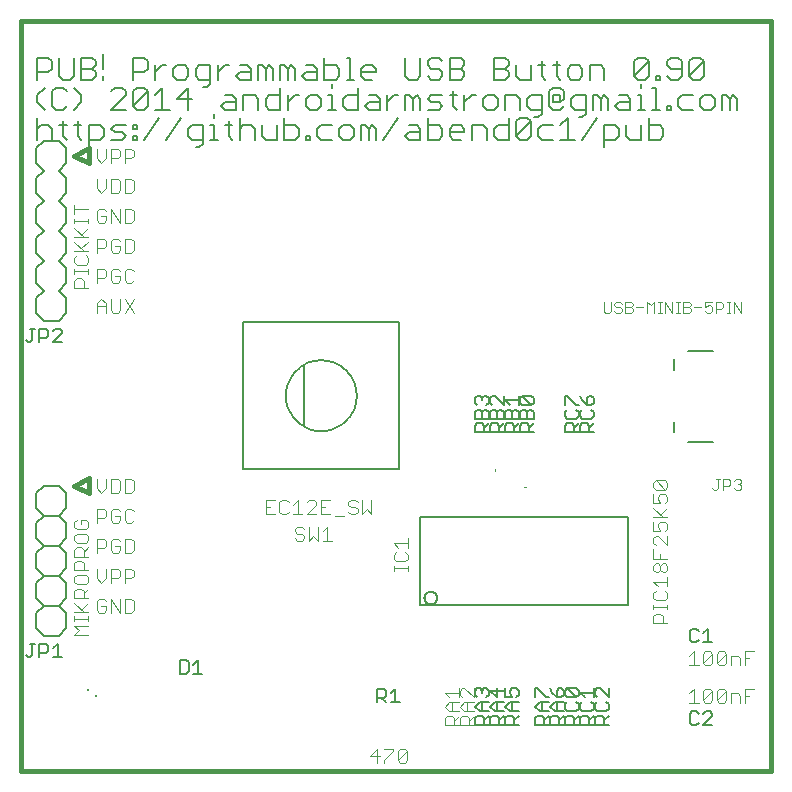
<source format=gto>
G75*
%MOIN*%
%OFA0B0*%
%FSLAX24Y24*%
%IPPOS*%
%LPD*%
%AMOC8*
5,1,8,0,0,1.08239X$1,22.5*
%
%ADD10C,0.0160*%
%ADD11C,0.0040*%
%ADD12C,0.0060*%
%ADD13C,0.0098*%
%ADD14R,0.0079X0.0079*%
%ADD15C,0.0050*%
%ADD16C,0.0000*%
%ADD17C,0.0080*%
%ADD18C,0.0030*%
D10*
X002050Y000180D02*
X002050Y025180D01*
X027050Y025180D01*
X027050Y000180D01*
X002050Y000180D01*
X004300Y009430D02*
X004300Y009930D01*
X003800Y009680D01*
X004300Y009430D01*
X004300Y020430D02*
X004300Y020930D01*
X003800Y020680D01*
X004300Y020430D01*
D11*
X004570Y020603D02*
X004723Y020450D01*
X004877Y020603D01*
X004877Y020910D01*
X005030Y020910D02*
X005261Y020910D01*
X005337Y020834D01*
X005337Y020680D01*
X005261Y020603D01*
X005030Y020603D01*
X005030Y020450D02*
X005030Y020910D01*
X005491Y020910D02*
X005721Y020910D01*
X005798Y020834D01*
X005798Y020680D01*
X005721Y020603D01*
X005491Y020603D01*
X005491Y020450D02*
X005491Y020910D01*
X004570Y020910D02*
X004570Y020603D01*
X004570Y019910D02*
X004570Y019603D01*
X004723Y019450D01*
X004877Y019603D01*
X004877Y019910D01*
X005030Y019910D02*
X005261Y019910D01*
X005337Y019834D01*
X005337Y019527D01*
X005261Y019450D01*
X005030Y019450D01*
X005030Y019910D01*
X005491Y019910D02*
X005721Y019910D01*
X005798Y019834D01*
X005798Y019527D01*
X005721Y019450D01*
X005491Y019450D01*
X005491Y019910D01*
X005491Y018910D02*
X005721Y018910D01*
X005798Y018834D01*
X005798Y018527D01*
X005721Y018450D01*
X005491Y018450D01*
X005491Y018910D01*
X005337Y018910D02*
X005337Y018450D01*
X005030Y018910D01*
X005030Y018450D01*
X004877Y018527D02*
X004877Y018680D01*
X004723Y018680D01*
X004570Y018527D02*
X004647Y018450D01*
X004800Y018450D01*
X004877Y018527D01*
X004877Y018834D02*
X004800Y018910D01*
X004647Y018910D01*
X004570Y018834D01*
X004570Y018527D01*
X004280Y018509D02*
X003820Y018509D01*
X003820Y018433D02*
X003820Y018586D01*
X003820Y018740D02*
X003820Y019047D01*
X003820Y018893D02*
X004280Y018893D01*
X004280Y018586D02*
X004280Y018433D01*
X004280Y018279D02*
X004050Y018049D01*
X004127Y017972D02*
X003820Y018279D01*
X003820Y017972D02*
X004280Y017972D01*
X004280Y017819D02*
X004050Y017589D01*
X004127Y017512D02*
X003820Y017819D01*
X003820Y017512D02*
X004280Y017512D01*
X004203Y017358D02*
X004280Y017282D01*
X004280Y017128D01*
X004203Y017051D01*
X003896Y017051D01*
X003820Y017128D01*
X003820Y017282D01*
X003896Y017358D01*
X003820Y016898D02*
X003820Y016745D01*
X003820Y016821D02*
X004280Y016821D01*
X004280Y016745D02*
X004280Y016898D01*
X004570Y016910D02*
X004800Y016910D01*
X004877Y016834D01*
X004877Y016680D01*
X004800Y016603D01*
X004570Y016603D01*
X004570Y016450D02*
X004570Y016910D01*
X004127Y016514D02*
X004127Y016284D01*
X004280Y016284D02*
X003820Y016284D01*
X003820Y016514D01*
X003896Y016591D01*
X004050Y016591D01*
X004127Y016514D01*
X004723Y015910D02*
X004570Y015757D01*
X004570Y015450D01*
X004570Y015680D02*
X004877Y015680D01*
X004877Y015757D02*
X004877Y015450D01*
X005030Y015527D02*
X005107Y015450D01*
X005261Y015450D01*
X005337Y015527D01*
X005337Y015910D01*
X005491Y015910D02*
X005798Y015450D01*
X005491Y015450D02*
X005798Y015910D01*
X005721Y016450D02*
X005798Y016527D01*
X005721Y016450D02*
X005568Y016450D01*
X005491Y016527D01*
X005491Y016834D01*
X005568Y016910D01*
X005721Y016910D01*
X005798Y016834D01*
X005337Y016834D02*
X005261Y016910D01*
X005107Y016910D01*
X005030Y016834D01*
X005030Y016527D01*
X005107Y016450D01*
X005261Y016450D01*
X005337Y016527D01*
X005337Y016680D01*
X005184Y016680D01*
X005107Y017450D02*
X005261Y017450D01*
X005337Y017527D01*
X005337Y017680D01*
X005184Y017680D01*
X005030Y017527D02*
X005107Y017450D01*
X005030Y017527D02*
X005030Y017834D01*
X005107Y017910D01*
X005261Y017910D01*
X005337Y017834D01*
X005491Y017910D02*
X005721Y017910D01*
X005798Y017834D01*
X005798Y017527D01*
X005721Y017450D01*
X005491Y017450D01*
X005491Y017910D01*
X004877Y017834D02*
X004877Y017680D01*
X004800Y017603D01*
X004570Y017603D01*
X004570Y017450D02*
X004570Y017910D01*
X004800Y017910D01*
X004877Y017834D01*
X005030Y015910D02*
X005030Y015527D01*
X004877Y015757D02*
X004723Y015910D01*
X004570Y009910D02*
X004570Y009603D01*
X004723Y009450D01*
X004877Y009603D01*
X004877Y009910D01*
X005030Y009910D02*
X005261Y009910D01*
X005337Y009834D01*
X005337Y009527D01*
X005261Y009450D01*
X005030Y009450D01*
X005030Y009910D01*
X005491Y009910D02*
X005721Y009910D01*
X005798Y009834D01*
X005798Y009527D01*
X005721Y009450D01*
X005491Y009450D01*
X005491Y009910D01*
X005568Y008910D02*
X005491Y008834D01*
X005491Y008527D01*
X005568Y008450D01*
X005721Y008450D01*
X005798Y008527D01*
X005798Y008834D02*
X005721Y008910D01*
X005568Y008910D01*
X005337Y008834D02*
X005261Y008910D01*
X005107Y008910D01*
X005030Y008834D01*
X005030Y008527D01*
X005107Y008450D01*
X005261Y008450D01*
X005337Y008527D01*
X005337Y008680D01*
X005184Y008680D01*
X004877Y008680D02*
X004800Y008603D01*
X004570Y008603D01*
X004570Y008450D02*
X004570Y008910D01*
X004800Y008910D01*
X004877Y008834D01*
X004877Y008680D01*
X004280Y008470D02*
X004280Y008316D01*
X004203Y008240D01*
X003896Y008240D01*
X003820Y008316D01*
X003820Y008470D01*
X003896Y008547D01*
X004050Y008547D02*
X004050Y008393D01*
X004050Y008547D02*
X004203Y008547D01*
X004280Y008470D01*
X004203Y008086D02*
X003896Y008086D01*
X003820Y008009D01*
X003820Y007856D01*
X003896Y007779D01*
X004203Y007779D01*
X004280Y007856D01*
X004280Y008009D01*
X004203Y008086D01*
X004570Y007910D02*
X004800Y007910D01*
X004877Y007834D01*
X004877Y007680D01*
X004800Y007603D01*
X004570Y007603D01*
X004570Y007450D02*
X004570Y007910D01*
X004280Y007626D02*
X004127Y007472D01*
X004127Y007549D02*
X004127Y007319D01*
X004280Y007319D02*
X003820Y007319D01*
X003820Y007549D01*
X003896Y007626D01*
X004050Y007626D01*
X004127Y007549D01*
X004050Y007165D02*
X004127Y007089D01*
X004127Y006858D01*
X004280Y006858D02*
X003820Y006858D01*
X003820Y007089D01*
X003896Y007165D01*
X004050Y007165D01*
X004203Y006705D02*
X003896Y006705D01*
X003820Y006628D01*
X003820Y006475D01*
X003896Y006398D01*
X004203Y006398D01*
X004280Y006475D01*
X004280Y006628D01*
X004203Y006705D01*
X004570Y006603D02*
X004570Y006910D01*
X004570Y006603D02*
X004723Y006450D01*
X004877Y006603D01*
X004877Y006910D01*
X005030Y006910D02*
X005261Y006910D01*
X005337Y006834D01*
X005337Y006680D01*
X005261Y006603D01*
X005030Y006603D01*
X005030Y006450D02*
X005030Y006910D01*
X005491Y006910D02*
X005721Y006910D01*
X005798Y006834D01*
X005798Y006680D01*
X005721Y006603D01*
X005491Y006603D01*
X005491Y006450D02*
X005491Y006910D01*
X005491Y007450D02*
X005721Y007450D01*
X005798Y007527D01*
X005798Y007834D01*
X005721Y007910D01*
X005491Y007910D01*
X005491Y007450D01*
X005337Y007527D02*
X005337Y007680D01*
X005184Y007680D01*
X005337Y007527D02*
X005261Y007450D01*
X005107Y007450D01*
X005030Y007527D01*
X005030Y007834D01*
X005107Y007910D01*
X005261Y007910D01*
X005337Y007834D01*
X004280Y006245D02*
X004127Y006091D01*
X004127Y006168D02*
X004127Y005938D01*
X004280Y005938D02*
X003820Y005938D01*
X003820Y006168D01*
X003896Y006245D01*
X004050Y006245D01*
X004127Y006168D01*
X004570Y005834D02*
X004570Y005527D01*
X004647Y005450D01*
X004800Y005450D01*
X004877Y005527D01*
X004877Y005680D01*
X004723Y005680D01*
X004570Y005834D02*
X004647Y005910D01*
X004800Y005910D01*
X004877Y005834D01*
X005030Y005910D02*
X005337Y005450D01*
X005337Y005910D01*
X005491Y005910D02*
X005721Y005910D01*
X005798Y005834D01*
X005798Y005527D01*
X005721Y005450D01*
X005491Y005450D01*
X005491Y005910D01*
X005030Y005910D02*
X005030Y005450D01*
X004280Y005477D02*
X003820Y005477D01*
X003820Y005324D02*
X003820Y005170D01*
X003820Y005247D02*
X004280Y005247D01*
X004280Y005170D02*
X004280Y005324D01*
X004127Y005477D02*
X003820Y005784D01*
X004050Y005554D02*
X004280Y005784D01*
X004280Y005017D02*
X003820Y005017D01*
X003973Y004863D01*
X003820Y004710D01*
X004280Y004710D01*
X010192Y008743D02*
X010499Y008743D01*
X010652Y008820D02*
X010729Y008743D01*
X010883Y008743D01*
X010959Y008820D01*
X011113Y008743D02*
X011420Y008743D01*
X011573Y008743D02*
X011880Y009050D01*
X011880Y009127D01*
X011803Y009204D01*
X011650Y009204D01*
X011573Y009127D01*
X011266Y009204D02*
X011266Y008743D01*
X011573Y008743D02*
X011880Y008743D01*
X012034Y008743D02*
X012341Y008743D01*
X012494Y008667D02*
X012801Y008667D01*
X012954Y008820D02*
X013031Y008743D01*
X013185Y008743D01*
X013261Y008820D01*
X013261Y008897D01*
X013185Y008974D01*
X013031Y008974D01*
X012954Y009050D01*
X012954Y009127D01*
X013031Y009204D01*
X013185Y009204D01*
X013261Y009127D01*
X013415Y009204D02*
X013415Y008743D01*
X013568Y008897D01*
X013722Y008743D01*
X013722Y009204D01*
X012341Y009204D02*
X012034Y009204D01*
X012034Y008743D01*
X012034Y008974D02*
X012187Y008974D01*
X012247Y008314D02*
X012247Y007854D01*
X012094Y007854D02*
X012401Y007854D01*
X012094Y008160D02*
X012247Y008314D01*
X011940Y008314D02*
X011940Y007854D01*
X011787Y008007D01*
X011633Y007854D01*
X011633Y008314D01*
X011480Y008237D02*
X011403Y008314D01*
X011250Y008314D01*
X011173Y008237D01*
X011173Y008160D01*
X011250Y008084D01*
X011403Y008084D01*
X011480Y008007D01*
X011480Y007930D01*
X011403Y007854D01*
X011250Y007854D01*
X011173Y007930D01*
X010652Y008820D02*
X010652Y009127D01*
X010729Y009204D01*
X010883Y009204D01*
X010959Y009127D01*
X011113Y009050D02*
X011266Y009204D01*
X010499Y009204D02*
X010192Y009204D01*
X010192Y008743D01*
X010192Y008974D02*
X010346Y008974D01*
X014470Y007771D02*
X014930Y007771D01*
X014930Y007924D02*
X014930Y007617D01*
X014853Y007464D02*
X014930Y007387D01*
X014930Y007234D01*
X014853Y007157D01*
X014546Y007157D01*
X014470Y007234D01*
X014470Y007387D01*
X014546Y007464D01*
X014623Y007617D02*
X014470Y007771D01*
X014470Y007003D02*
X014470Y006850D01*
X014470Y006927D02*
X014930Y006927D01*
X014930Y007003D02*
X014930Y006850D01*
X016630Y002928D02*
X016630Y002621D01*
X016670Y002698D02*
X016746Y002621D01*
X016670Y002698D02*
X016670Y002851D01*
X016746Y002928D01*
X016823Y002928D01*
X017130Y002621D01*
X017130Y002928D01*
X017130Y002467D02*
X016823Y002467D01*
X016670Y002314D01*
X016823Y002160D01*
X017130Y002160D01*
X017130Y002007D02*
X016977Y001853D01*
X016977Y001930D02*
X016977Y001700D01*
X017130Y001700D02*
X016670Y001700D01*
X016670Y001930D01*
X016746Y002007D01*
X016900Y002007D01*
X016977Y001930D01*
X016900Y002160D02*
X016900Y002467D01*
X016630Y002467D02*
X016323Y002467D01*
X016170Y002314D01*
X016323Y002160D01*
X016630Y002160D01*
X016630Y002007D02*
X016477Y001853D01*
X016477Y001930D02*
X016477Y001700D01*
X016630Y001700D02*
X016170Y001700D01*
X016170Y001930D01*
X016246Y002007D01*
X016400Y002007D01*
X016477Y001930D01*
X016400Y002160D02*
X016400Y002467D01*
X016323Y002621D02*
X016170Y002774D01*
X016630Y002774D01*
X014840Y000910D02*
X014686Y000910D01*
X014610Y000834D01*
X014610Y000527D01*
X014917Y000834D01*
X014917Y000527D01*
X014840Y000450D01*
X014686Y000450D01*
X014610Y000527D01*
X014456Y000834D02*
X014149Y000527D01*
X014149Y000450D01*
X013919Y000450D02*
X013919Y000910D01*
X013689Y000680D01*
X013996Y000680D01*
X014149Y000910D02*
X014456Y000910D01*
X014456Y000834D01*
X014840Y000910D02*
X014917Y000834D01*
X023120Y005100D02*
X023120Y005330D01*
X023196Y005407D01*
X023350Y005407D01*
X023427Y005330D01*
X023427Y005100D01*
X023580Y005100D02*
X023120Y005100D01*
X023120Y005560D02*
X023120Y005714D01*
X023120Y005637D02*
X023580Y005637D01*
X023580Y005560D02*
X023580Y005714D01*
X023503Y005867D02*
X023196Y005867D01*
X023120Y005944D01*
X023120Y006098D01*
X023196Y006174D01*
X023273Y006328D02*
X023120Y006481D01*
X023580Y006481D01*
X023580Y006328D02*
X023580Y006635D01*
X023503Y006788D02*
X023427Y006788D01*
X023350Y006865D01*
X023350Y007018D01*
X023427Y007095D01*
X023503Y007095D01*
X023580Y007018D01*
X023580Y006865D01*
X023503Y006788D01*
X023350Y006865D02*
X023273Y006788D01*
X023196Y006788D01*
X023120Y006865D01*
X023120Y007018D01*
X023196Y007095D01*
X023273Y007095D01*
X023350Y007018D01*
X023350Y007248D02*
X023350Y007402D01*
X023580Y007248D02*
X023120Y007248D01*
X023120Y007555D01*
X023196Y007709D02*
X023120Y007786D01*
X023120Y007939D01*
X023196Y008016D01*
X023273Y008016D01*
X023580Y007709D01*
X023580Y008016D01*
X023503Y008169D02*
X023580Y008246D01*
X023580Y008399D01*
X023503Y008476D01*
X023350Y008476D01*
X023273Y008399D01*
X023273Y008323D01*
X023350Y008169D01*
X023120Y008169D01*
X023120Y008476D01*
X023120Y008630D02*
X023580Y008630D01*
X023427Y008630D02*
X023120Y008937D01*
X023120Y009090D02*
X023350Y009090D01*
X023273Y009244D01*
X023273Y009320D01*
X023350Y009397D01*
X023503Y009397D01*
X023580Y009320D01*
X023580Y009167D01*
X023503Y009090D01*
X023580Y008937D02*
X023350Y008706D01*
X023120Y009090D02*
X023120Y009397D01*
X023196Y009550D02*
X023120Y009627D01*
X023120Y009781D01*
X023196Y009857D01*
X023503Y009550D01*
X023580Y009627D01*
X023580Y009781D01*
X023503Y009857D01*
X023196Y009857D01*
X023196Y009550D02*
X023503Y009550D01*
X023503Y006174D02*
X023580Y006098D01*
X023580Y005944D01*
X023503Y005867D01*
X024473Y004160D02*
X024473Y003700D01*
X024320Y003700D02*
X024627Y003700D01*
X024780Y003777D02*
X025087Y004084D01*
X025087Y003777D01*
X025011Y003700D01*
X024857Y003700D01*
X024780Y003777D01*
X024780Y004084D01*
X024857Y004160D01*
X025011Y004160D01*
X025087Y004084D01*
X025241Y004084D02*
X025318Y004160D01*
X025471Y004160D01*
X025548Y004084D01*
X025241Y003777D01*
X025318Y003700D01*
X025471Y003700D01*
X025548Y003777D01*
X025548Y004084D01*
X025701Y004007D02*
X025931Y004007D01*
X026008Y003930D01*
X026008Y003700D01*
X026162Y003700D02*
X026162Y004160D01*
X026468Y004160D01*
X026315Y003930D02*
X026162Y003930D01*
X025701Y004007D02*
X025701Y003700D01*
X025241Y003777D02*
X025241Y004084D01*
X024473Y004160D02*
X024320Y004007D01*
X024473Y002910D02*
X024473Y002450D01*
X024320Y002450D02*
X024627Y002450D01*
X024780Y002527D02*
X025087Y002834D01*
X025087Y002527D01*
X025011Y002450D01*
X024857Y002450D01*
X024780Y002527D01*
X024780Y002834D01*
X024857Y002910D01*
X025011Y002910D01*
X025087Y002834D01*
X025241Y002834D02*
X025318Y002910D01*
X025471Y002910D01*
X025548Y002834D01*
X025241Y002527D01*
X025318Y002450D01*
X025471Y002450D01*
X025548Y002527D01*
X025548Y002834D01*
X025701Y002757D02*
X025931Y002757D01*
X026008Y002680D01*
X026008Y002450D01*
X026162Y002450D02*
X026162Y002910D01*
X026468Y002910D01*
X026315Y002680D02*
X026162Y002680D01*
X025701Y002757D02*
X025701Y002450D01*
X025241Y002527D02*
X025241Y002834D01*
X024473Y002910D02*
X024320Y002757D01*
D12*
X022280Y005718D02*
X022280Y008642D01*
X015330Y008642D01*
X015330Y005718D01*
X022280Y005718D01*
X015490Y005940D02*
X015492Y005969D01*
X015498Y005997D01*
X015507Y006024D01*
X015521Y006049D01*
X015537Y006073D01*
X015557Y006093D01*
X015579Y006112D01*
X015603Y006126D01*
X015630Y006138D01*
X015657Y006146D01*
X015686Y006150D01*
X015714Y006150D01*
X015743Y006146D01*
X015770Y006138D01*
X015797Y006126D01*
X015821Y006112D01*
X015843Y006093D01*
X015863Y006073D01*
X015879Y006049D01*
X015893Y006024D01*
X015902Y005997D01*
X015908Y005969D01*
X015910Y005940D01*
X015908Y005911D01*
X015902Y005883D01*
X015893Y005856D01*
X015879Y005831D01*
X015863Y005807D01*
X015843Y005787D01*
X015821Y005768D01*
X015797Y005754D01*
X015770Y005742D01*
X015743Y005734D01*
X015714Y005730D01*
X015686Y005730D01*
X015657Y005734D01*
X015630Y005742D01*
X015603Y005754D01*
X015579Y005768D01*
X015557Y005787D01*
X015537Y005807D01*
X015521Y005831D01*
X015507Y005856D01*
X015498Y005883D01*
X015492Y005911D01*
X015490Y005940D01*
X003550Y005930D02*
X003300Y005680D01*
X003550Y005430D01*
X003550Y004930D01*
X003300Y004680D01*
X002800Y004680D01*
X002550Y004930D01*
X002550Y005430D01*
X002800Y005680D01*
X002550Y005930D01*
X002550Y006430D01*
X002800Y006680D01*
X002550Y006930D01*
X002550Y007430D01*
X002800Y007680D01*
X002550Y007930D01*
X002550Y008430D01*
X002800Y008680D01*
X002550Y008930D01*
X002550Y009430D01*
X002800Y009680D01*
X003300Y009680D01*
X003550Y009430D01*
X003550Y008930D01*
X003300Y008680D01*
X003550Y008430D01*
X003550Y007930D01*
X003300Y007680D01*
X003550Y007430D01*
X003550Y006930D01*
X003300Y006680D01*
X003550Y006430D01*
X003550Y005930D01*
X003300Y005680D02*
X002800Y005680D01*
X002800Y006680D02*
X003300Y006680D01*
X003300Y007680D02*
X002800Y007680D01*
X002800Y008680D02*
X003300Y008680D01*
X003300Y015180D02*
X002800Y015180D01*
X002550Y015430D01*
X002550Y015930D01*
X002800Y016180D01*
X002550Y016430D01*
X002550Y016930D01*
X002800Y017180D01*
X002550Y017430D01*
X002550Y017930D01*
X002800Y018180D01*
X002550Y018430D01*
X002550Y018930D01*
X002800Y019180D01*
X002550Y019430D01*
X002550Y019930D01*
X002800Y020180D01*
X002550Y020430D01*
X002550Y020930D01*
X002800Y021180D01*
X003300Y021180D01*
X003550Y020930D01*
X003550Y020430D01*
X003300Y020180D01*
X003550Y019930D01*
X003550Y019430D01*
X003300Y019180D01*
X003550Y018930D01*
X003550Y018430D01*
X003300Y018180D01*
X003550Y017930D01*
X003550Y017430D01*
X003300Y017180D01*
X003550Y016930D01*
X003550Y016430D01*
X003300Y016180D01*
X003550Y015930D01*
X003550Y015430D01*
X003300Y015180D01*
X004299Y020963D02*
X004299Y021704D01*
X004669Y021704D01*
X004793Y021580D01*
X004793Y021333D01*
X004669Y021210D01*
X004299Y021210D01*
X004055Y021210D02*
X003931Y021333D01*
X003931Y021827D01*
X003808Y021704D02*
X004055Y021704D01*
X003564Y021704D02*
X003317Y021704D01*
X003440Y021827D02*
X003440Y021333D01*
X003564Y021210D01*
X003074Y021210D02*
X003074Y021580D01*
X002950Y021704D01*
X002703Y021704D01*
X002580Y021580D01*
X002580Y021210D02*
X002580Y021951D01*
X002827Y022210D02*
X002580Y022457D01*
X002580Y022704D01*
X002827Y022951D01*
X003071Y022827D02*
X003071Y022333D01*
X003195Y022210D01*
X003441Y022210D01*
X003565Y022333D01*
X003808Y022210D02*
X004055Y022457D01*
X004055Y022704D01*
X003808Y022951D01*
X003565Y022827D02*
X003441Y022951D01*
X003195Y022951D01*
X003071Y022827D01*
X003440Y023210D02*
X003687Y023210D01*
X003810Y023333D01*
X003810Y023951D01*
X004053Y023951D02*
X004424Y023951D01*
X004547Y023827D01*
X004547Y023704D01*
X004424Y023580D01*
X004053Y023580D01*
X004053Y023210D02*
X004424Y023210D01*
X004547Y023333D01*
X004547Y023457D01*
X004424Y023580D01*
X004790Y023580D02*
X004790Y024074D01*
X004790Y023333D02*
X004790Y023210D01*
X005159Y022951D02*
X005035Y022827D01*
X005159Y022951D02*
X005406Y022951D01*
X005529Y022827D01*
X005529Y022704D01*
X005035Y022210D01*
X005529Y022210D01*
X005772Y022333D02*
X006266Y022827D01*
X006266Y022333D01*
X006142Y022210D01*
X005895Y022210D01*
X005772Y022333D01*
X005772Y022827D01*
X005895Y022951D01*
X006142Y022951D01*
X006266Y022827D01*
X006509Y022704D02*
X006756Y022951D01*
X006756Y022210D01*
X007002Y022210D02*
X006509Y022210D01*
X006634Y021951D02*
X006140Y021210D01*
X005895Y021210D02*
X005895Y021333D01*
X005772Y021333D01*
X005772Y021210D01*
X005895Y021210D01*
X005529Y021333D02*
X005406Y021457D01*
X005159Y021457D01*
X005035Y021580D01*
X005159Y021704D01*
X005529Y021704D01*
X005772Y021704D02*
X005772Y021580D01*
X005895Y021580D01*
X005895Y021704D01*
X005772Y021704D01*
X005529Y021333D02*
X005406Y021210D01*
X005035Y021210D01*
X006877Y021210D02*
X007371Y021951D01*
X007616Y022210D02*
X007616Y022951D01*
X007245Y022580D01*
X007739Y022580D01*
X008106Y022963D02*
X008229Y022963D01*
X008353Y023087D01*
X008353Y023704D01*
X007983Y023704D01*
X007859Y023580D01*
X007859Y023333D01*
X007983Y023210D01*
X008353Y023210D01*
X008596Y023210D02*
X008596Y023704D01*
X008596Y023457D02*
X008843Y023704D01*
X008966Y023704D01*
X009333Y023704D02*
X009580Y023704D01*
X009703Y023580D01*
X009703Y023210D01*
X009333Y023210D01*
X009210Y023333D01*
X009333Y023457D01*
X009703Y023457D01*
X009946Y023210D02*
X009946Y023704D01*
X010070Y023704D01*
X010193Y023580D01*
X010317Y023704D01*
X010440Y023580D01*
X010440Y023210D01*
X010683Y023210D02*
X010683Y023704D01*
X010806Y023704D01*
X010930Y023580D01*
X011053Y023704D01*
X011177Y023580D01*
X011177Y023210D01*
X010930Y023210D02*
X010930Y023580D01*
X011420Y023333D02*
X011543Y023457D01*
X011913Y023457D01*
X011913Y023580D02*
X011913Y023210D01*
X011543Y023210D01*
X011420Y023333D01*
X011543Y023704D02*
X011790Y023704D01*
X011913Y023580D01*
X012156Y023704D02*
X012526Y023704D01*
X012650Y023580D01*
X012650Y023333D01*
X012526Y023210D01*
X012156Y023210D01*
X012156Y023951D01*
X012893Y023951D02*
X013016Y023951D01*
X013016Y023210D01*
X012893Y023210D02*
X013140Y023210D01*
X013384Y023333D02*
X013384Y023580D01*
X013507Y023704D01*
X013754Y023704D01*
X013878Y023580D01*
X013878Y023457D01*
X013384Y023457D01*
X013384Y023333D02*
X013507Y023210D01*
X013754Y023210D01*
X013630Y022704D02*
X013877Y022704D01*
X014000Y022580D01*
X014000Y022210D01*
X013630Y022210D01*
X013507Y022333D01*
X013630Y022457D01*
X014000Y022457D01*
X014243Y022457D02*
X014490Y022704D01*
X014614Y022704D01*
X014857Y022704D02*
X014981Y022704D01*
X015104Y022580D01*
X015227Y022704D01*
X015351Y022580D01*
X015351Y022210D01*
X015594Y022210D02*
X015964Y022210D01*
X016088Y022333D01*
X015964Y022457D01*
X015717Y022457D01*
X015594Y022580D01*
X015717Y022704D01*
X016088Y022704D01*
X016330Y022704D02*
X016577Y022704D01*
X016454Y022827D02*
X016454Y022333D01*
X016577Y022210D01*
X016821Y022210D02*
X016821Y022704D01*
X016821Y022457D02*
X017068Y022704D01*
X017192Y022704D01*
X017435Y022580D02*
X017435Y022333D01*
X017559Y022210D01*
X017806Y022210D01*
X017929Y022333D01*
X017929Y022580D01*
X017806Y022704D01*
X017559Y022704D01*
X017435Y022580D01*
X017804Y023210D02*
X018174Y023210D01*
X018297Y023333D01*
X018297Y023457D01*
X018174Y023580D01*
X017804Y023580D01*
X017804Y023210D02*
X017804Y023951D01*
X018174Y023951D01*
X018297Y023827D01*
X018297Y023704D01*
X018174Y023580D01*
X018540Y023704D02*
X018540Y023333D01*
X018664Y023210D01*
X019034Y023210D01*
X019034Y023704D01*
X019277Y023704D02*
X019524Y023704D01*
X019400Y023827D02*
X019400Y023333D01*
X019524Y023210D01*
X019769Y022951D02*
X020016Y022951D01*
X020139Y022827D01*
X020139Y022580D01*
X020016Y022457D01*
X020016Y022704D01*
X019769Y022704D01*
X019769Y022457D01*
X020016Y022457D01*
X020139Y022333D02*
X020016Y022210D01*
X019769Y022210D01*
X019645Y022333D01*
X019645Y022827D01*
X019769Y022951D01*
X020015Y023210D02*
X019891Y023333D01*
X019891Y023827D01*
X019768Y023704D02*
X020015Y023704D01*
X020259Y023580D02*
X020259Y023333D01*
X020383Y023210D01*
X020629Y023210D01*
X020753Y023333D01*
X020753Y023580D01*
X020629Y023704D01*
X020383Y023704D01*
X020259Y023580D01*
X020996Y023704D02*
X020996Y023210D01*
X021489Y023210D02*
X021489Y023580D01*
X021366Y023704D01*
X020996Y023704D01*
X020876Y022704D02*
X020505Y022704D01*
X020382Y022580D01*
X020382Y022333D01*
X020505Y022210D01*
X020876Y022210D01*
X020876Y022087D02*
X020876Y022704D01*
X021118Y022704D02*
X021242Y022704D01*
X021365Y022580D01*
X021489Y022704D01*
X021612Y022580D01*
X021612Y022210D01*
X021365Y022210D02*
X021365Y022580D01*
X021118Y022704D02*
X021118Y022210D01*
X020876Y022087D02*
X020752Y021963D01*
X020629Y021963D01*
X020260Y021951D02*
X020260Y021210D01*
X020014Y021210D02*
X020507Y021210D01*
X020750Y021210D02*
X021244Y021951D01*
X021487Y021704D02*
X021857Y021704D01*
X021981Y021580D01*
X021981Y021333D01*
X021857Y021210D01*
X021487Y021210D01*
X021487Y020963D02*
X021487Y021704D01*
X021979Y022210D02*
X021855Y022333D01*
X021979Y022457D01*
X022349Y022457D01*
X022349Y022580D02*
X022225Y022704D01*
X021979Y022704D01*
X022349Y022580D02*
X022349Y022210D01*
X021979Y022210D01*
X022223Y021704D02*
X022223Y021333D01*
X022347Y021210D01*
X022717Y021210D01*
X022717Y021704D01*
X022960Y021704D02*
X023330Y021704D01*
X023454Y021580D01*
X023454Y021333D01*
X023330Y021210D01*
X022960Y021210D01*
X022960Y021951D01*
X022839Y022210D02*
X022592Y022210D01*
X022715Y022210D02*
X022715Y022704D01*
X022592Y022704D01*
X022715Y022951D02*
X022715Y023074D01*
X022592Y023210D02*
X022469Y023333D01*
X022963Y023827D01*
X022963Y023333D01*
X022839Y023210D01*
X022592Y023210D01*
X022469Y023333D02*
X022469Y023827D01*
X022592Y023951D01*
X022839Y023951D01*
X022963Y023827D01*
X023206Y023333D02*
X023329Y023333D01*
X023329Y023210D01*
X023206Y023210D01*
X023206Y023333D01*
X023574Y023333D02*
X023697Y023210D01*
X023944Y023210D01*
X024068Y023333D01*
X024068Y023827D01*
X023944Y023951D01*
X023697Y023951D01*
X023574Y023827D01*
X023574Y023704D01*
X023697Y023580D01*
X024068Y023580D01*
X024311Y023333D02*
X024434Y023210D01*
X024681Y023210D01*
X024804Y023333D01*
X024804Y023827D01*
X024311Y023333D01*
X024311Y023827D01*
X024434Y023951D01*
X024681Y023951D01*
X024804Y023827D01*
X024802Y022704D02*
X024679Y022580D01*
X024679Y022333D01*
X024802Y022210D01*
X025049Y022210D01*
X025173Y022333D01*
X025173Y022580D01*
X025049Y022704D01*
X024802Y022704D01*
X024436Y022704D02*
X024066Y022704D01*
X023942Y022580D01*
X023942Y022333D01*
X024066Y022210D01*
X024436Y022210D01*
X023697Y022210D02*
X023574Y022210D01*
X023574Y022333D01*
X023697Y022333D01*
X023697Y022210D01*
X023330Y022210D02*
X023083Y022210D01*
X023206Y022210D02*
X023206Y022951D01*
X023083Y022951D01*
X025415Y022704D02*
X025415Y022210D01*
X025662Y022210D02*
X025662Y022580D01*
X025786Y022704D01*
X025909Y022580D01*
X025909Y022210D01*
X025662Y022580D02*
X025539Y022704D01*
X025415Y022704D01*
X020260Y021951D02*
X020014Y021704D01*
X019771Y021704D02*
X019400Y021704D01*
X019277Y021580D01*
X019277Y021333D01*
X019400Y021210D01*
X019771Y021210D01*
X019034Y021333D02*
X018911Y021210D01*
X018664Y021210D01*
X018540Y021333D01*
X019034Y021827D01*
X019034Y021333D01*
X018540Y021333D02*
X018540Y021827D01*
X018664Y021951D01*
X018911Y021951D01*
X019034Y021827D01*
X019155Y021963D02*
X019279Y021963D01*
X019402Y022087D01*
X019402Y022704D01*
X019032Y022704D01*
X018909Y022580D01*
X018909Y022333D01*
X019032Y022210D01*
X019402Y022210D01*
X018666Y022210D02*
X018666Y022580D01*
X018542Y022704D01*
X018172Y022704D01*
X018172Y022210D01*
X018297Y021951D02*
X018297Y021210D01*
X017927Y021210D01*
X017804Y021333D01*
X017804Y021580D01*
X017927Y021704D01*
X018297Y021704D01*
X017561Y021580D02*
X017561Y021210D01*
X017067Y021210D02*
X017067Y021704D01*
X017437Y021704D01*
X017561Y021580D01*
X016824Y021580D02*
X016824Y021457D01*
X016330Y021457D01*
X016330Y021580D02*
X016330Y021333D01*
X016454Y021210D01*
X016701Y021210D01*
X016824Y021580D02*
X016701Y021704D01*
X016454Y021704D01*
X016330Y021580D01*
X016088Y021580D02*
X016088Y021333D01*
X015964Y021210D01*
X015594Y021210D01*
X015594Y021951D01*
X015594Y021704D02*
X015964Y021704D01*
X016088Y021580D01*
X015351Y021580D02*
X015351Y021210D01*
X014981Y021210D01*
X014857Y021333D01*
X014981Y021457D01*
X015351Y021457D01*
X015351Y021580D02*
X015227Y021704D01*
X014981Y021704D01*
X014614Y021951D02*
X014121Y021210D01*
X013878Y021210D02*
X013878Y021580D01*
X013754Y021704D01*
X013631Y021580D01*
X013631Y021210D01*
X013384Y021210D02*
X013384Y021704D01*
X013507Y021704D01*
X013631Y021580D01*
X013141Y021580D02*
X013141Y021333D01*
X013018Y021210D01*
X012771Y021210D01*
X012647Y021333D01*
X012647Y021580D01*
X012771Y021704D01*
X013018Y021704D01*
X013141Y021580D01*
X013264Y022210D02*
X012893Y022210D01*
X012770Y022333D01*
X012770Y022580D01*
X012893Y022704D01*
X013264Y022704D01*
X013264Y022951D02*
X013264Y022210D01*
X012526Y022210D02*
X012279Y022210D01*
X012402Y022210D02*
X012402Y022704D01*
X012279Y022704D01*
X012036Y022580D02*
X012036Y022333D01*
X011913Y022210D01*
X011666Y022210D01*
X011542Y022333D01*
X011542Y022580D01*
X011666Y022704D01*
X011913Y022704D01*
X012036Y022580D01*
X012402Y022951D02*
X012402Y023074D01*
X011299Y022704D02*
X011175Y022704D01*
X010928Y022457D01*
X010928Y022210D02*
X010928Y022704D01*
X010686Y022704D02*
X010315Y022704D01*
X010192Y022580D01*
X010192Y022333D01*
X010315Y022210D01*
X010686Y022210D01*
X010686Y022951D01*
X010193Y023210D02*
X010193Y023580D01*
X009826Y022704D02*
X009455Y022704D01*
X009455Y022210D01*
X009212Y022210D02*
X008842Y022210D01*
X008719Y022333D01*
X008842Y022457D01*
X009212Y022457D01*
X009212Y022580D02*
X009212Y022210D01*
X009332Y021951D02*
X009332Y021210D01*
X009088Y021210D02*
X008965Y021333D01*
X008965Y021827D01*
X009088Y021704D02*
X008841Y021704D01*
X009332Y021580D02*
X009456Y021704D01*
X009703Y021704D01*
X009826Y021580D01*
X009826Y021210D01*
X010069Y021333D02*
X010193Y021210D01*
X010563Y021210D01*
X010563Y021704D01*
X010806Y021704D02*
X011176Y021704D01*
X011299Y021580D01*
X011299Y021333D01*
X011176Y021210D01*
X010806Y021210D01*
X010806Y021951D01*
X010069Y021704D02*
X010069Y021333D01*
X009949Y022210D02*
X009949Y022580D01*
X009826Y022704D01*
X009212Y022580D02*
X009089Y022704D01*
X008842Y022704D01*
X008474Y022074D02*
X008474Y021951D01*
X008474Y021704D02*
X008474Y021210D01*
X008597Y021210D02*
X008350Y021210D01*
X008107Y021210D02*
X007737Y021210D01*
X007614Y021333D01*
X007614Y021580D01*
X007737Y021704D01*
X008107Y021704D01*
X008107Y021087D01*
X007984Y020963D01*
X007861Y020963D01*
X008350Y021704D02*
X008474Y021704D01*
X007493Y023210D02*
X007246Y023210D01*
X007123Y023333D01*
X007123Y023580D01*
X007246Y023704D01*
X007493Y023704D01*
X007616Y023580D01*
X007616Y023333D01*
X007493Y023210D01*
X006879Y023704D02*
X006756Y023704D01*
X006509Y023457D01*
X006509Y023210D02*
X006509Y023704D01*
X006266Y023827D02*
X006266Y023580D01*
X006142Y023457D01*
X005772Y023457D01*
X005772Y023210D02*
X005772Y023951D01*
X006142Y023951D01*
X006266Y023827D01*
X004053Y023951D02*
X004053Y023210D01*
X003440Y023210D02*
X003317Y023333D01*
X003317Y023951D01*
X003074Y023827D02*
X003074Y023580D01*
X002950Y023457D01*
X002580Y023457D01*
X002580Y023210D02*
X002580Y023951D01*
X002950Y023951D01*
X003074Y023827D01*
X011542Y021333D02*
X011542Y021210D01*
X011666Y021210D01*
X011666Y021333D01*
X011542Y021333D01*
X011911Y021333D02*
X012034Y021210D01*
X012404Y021210D01*
X012404Y021704D02*
X012034Y021704D01*
X011911Y021580D01*
X011911Y021333D01*
X014243Y022210D02*
X014243Y022704D01*
X014857Y022704D02*
X014857Y022210D01*
X015104Y022210D02*
X015104Y022580D01*
X014981Y023210D02*
X015227Y023210D01*
X015351Y023333D01*
X015351Y023951D01*
X015594Y023827D02*
X015594Y023704D01*
X015717Y023580D01*
X015964Y023580D01*
X016088Y023457D01*
X016088Y023333D01*
X015964Y023210D01*
X015717Y023210D01*
X015594Y023333D01*
X015594Y023827D02*
X015717Y023951D01*
X015964Y023951D01*
X016088Y023827D01*
X016330Y023951D02*
X016701Y023951D01*
X016824Y023827D01*
X016824Y023704D01*
X016701Y023580D01*
X016330Y023580D01*
X016330Y023210D02*
X016701Y023210D01*
X016824Y023333D01*
X016824Y023457D01*
X016701Y023580D01*
X016330Y023210D02*
X016330Y023951D01*
X014857Y023951D02*
X014857Y023333D01*
X014981Y023210D01*
D13*
X004265Y002887D03*
D14*
X004550Y002680D03*
D15*
X003415Y003955D02*
X003115Y003955D01*
X003265Y003955D02*
X003265Y004405D01*
X003115Y004255D01*
X002954Y004330D02*
X002954Y004180D01*
X002879Y004105D01*
X002654Y004105D01*
X002654Y003955D02*
X002654Y004405D01*
X002879Y004405D01*
X002954Y004330D01*
X002494Y004405D02*
X002344Y004405D01*
X002419Y004405D02*
X002419Y004030D01*
X002344Y003955D01*
X002269Y003955D01*
X002194Y004030D01*
X007325Y003865D02*
X007325Y003415D01*
X007550Y003415D01*
X007625Y003490D01*
X007625Y003790D01*
X007550Y003865D01*
X007325Y003865D01*
X007785Y003715D02*
X007936Y003865D01*
X007936Y003415D01*
X008086Y003415D02*
X007785Y003415D01*
X013904Y002905D02*
X013904Y002455D01*
X013904Y002605D02*
X014129Y002605D01*
X014204Y002680D01*
X014204Y002830D01*
X014129Y002905D01*
X013904Y002905D01*
X014054Y002605D02*
X014204Y002455D01*
X014365Y002455D02*
X014665Y002455D01*
X014515Y002455D02*
X014515Y002905D01*
X014365Y002755D01*
X017175Y002701D02*
X017175Y002851D01*
X017250Y002926D01*
X017325Y002926D01*
X017400Y002851D01*
X017475Y002926D01*
X017550Y002926D01*
X017625Y002851D01*
X017625Y002701D01*
X017550Y002626D01*
X017625Y002466D02*
X017325Y002466D01*
X017175Y002316D01*
X017325Y002165D01*
X017625Y002165D01*
X017675Y002316D02*
X017825Y002165D01*
X018125Y002165D01*
X018175Y002316D02*
X018325Y002466D01*
X018625Y002466D01*
X018550Y002626D02*
X018625Y002701D01*
X018625Y002851D01*
X018550Y002926D01*
X018400Y002926D01*
X018325Y002851D01*
X018325Y002776D01*
X018400Y002626D01*
X018175Y002626D01*
X018175Y002926D01*
X018125Y002851D02*
X017675Y002851D01*
X017900Y002626D01*
X017900Y002926D01*
X017900Y002466D02*
X017900Y002165D01*
X017900Y002005D02*
X017750Y002005D01*
X017675Y001930D01*
X017675Y001705D01*
X018125Y001705D01*
X018175Y001705D02*
X018175Y001930D01*
X018250Y002005D01*
X018400Y002005D01*
X018475Y001930D01*
X018475Y001705D01*
X018625Y001705D02*
X018175Y001705D01*
X017975Y001705D02*
X017975Y001930D01*
X017900Y002005D01*
X017975Y001855D02*
X018125Y002005D01*
X018325Y002165D02*
X018175Y002316D01*
X018125Y002466D02*
X017825Y002466D01*
X017675Y002316D01*
X017400Y002165D02*
X017400Y002466D01*
X017250Y002626D02*
X017175Y002701D01*
X017400Y002776D02*
X017400Y002851D01*
X018400Y002466D02*
X018400Y002165D01*
X018325Y002165D02*
X018625Y002165D01*
X018625Y002005D02*
X018475Y001855D01*
X019175Y001930D02*
X019175Y001705D01*
X019625Y001705D01*
X019675Y001705D02*
X019675Y001930D01*
X019750Y002005D01*
X019900Y002005D01*
X019975Y001930D01*
X019975Y001705D01*
X020125Y001705D02*
X019675Y001705D01*
X019475Y001705D02*
X019475Y001930D01*
X019400Y002005D01*
X019250Y002005D01*
X019175Y001930D01*
X019325Y002165D02*
X019175Y002316D01*
X019325Y002466D01*
X019625Y002466D01*
X019675Y002316D02*
X019825Y002466D01*
X020125Y002466D01*
X020175Y002391D02*
X020175Y002240D01*
X020250Y002165D01*
X020550Y002165D01*
X020625Y002240D01*
X020625Y002391D01*
X020550Y002466D01*
X020675Y002391D02*
X020675Y002240D01*
X020750Y002165D01*
X021050Y002165D01*
X021125Y002240D01*
X021125Y002391D01*
X021050Y002466D01*
X021175Y002391D02*
X021175Y002240D01*
X021250Y002165D01*
X021550Y002165D01*
X021625Y002240D01*
X021625Y002391D01*
X021550Y002466D01*
X021625Y002626D02*
X021325Y002926D01*
X021250Y002926D01*
X021175Y002851D01*
X021175Y002701D01*
X021250Y002626D01*
X021125Y002626D02*
X021125Y002926D01*
X021125Y002776D02*
X020675Y002776D01*
X020825Y002626D01*
X020750Y002466D02*
X020675Y002391D01*
X020550Y002626D02*
X020250Y002926D01*
X020550Y002926D01*
X020625Y002851D01*
X020625Y002701D01*
X020550Y002626D01*
X020250Y002626D01*
X020175Y002701D01*
X020175Y002851D01*
X020250Y002926D01*
X020125Y002851D02*
X020050Y002926D01*
X019975Y002926D01*
X019900Y002851D01*
X019900Y002626D01*
X020050Y002626D01*
X020125Y002701D01*
X020125Y002851D01*
X019900Y002626D02*
X019750Y002776D01*
X019675Y002926D01*
X019625Y002626D02*
X019550Y002626D01*
X019250Y002926D01*
X019175Y002926D01*
X019175Y002626D01*
X019400Y002466D02*
X019400Y002165D01*
X019325Y002165D02*
X019625Y002165D01*
X019675Y002316D02*
X019825Y002165D01*
X020125Y002165D01*
X020125Y002005D02*
X019975Y001855D01*
X020175Y001930D02*
X020175Y001705D01*
X020625Y001705D01*
X020675Y001705D02*
X020675Y001930D01*
X020750Y002005D01*
X020900Y002005D01*
X020975Y001930D01*
X020975Y001705D01*
X021125Y001705D02*
X020675Y001705D01*
X020475Y001705D02*
X020475Y001930D01*
X020400Y002005D01*
X020250Y002005D01*
X020175Y001930D01*
X020475Y001855D02*
X020625Y002005D01*
X020975Y001855D02*
X021125Y002005D01*
X021175Y001930D02*
X021175Y001705D01*
X021625Y001705D01*
X021475Y001705D02*
X021475Y001930D01*
X021400Y002005D01*
X021250Y002005D01*
X021175Y001930D01*
X021475Y001855D02*
X021625Y002005D01*
X021175Y002391D02*
X021250Y002466D01*
X021625Y002626D02*
X021625Y002926D01*
X020250Y002466D02*
X020175Y002391D01*
X019900Y002466D02*
X019900Y002165D01*
X019625Y002005D02*
X019475Y001855D01*
X017625Y001705D02*
X017175Y001705D01*
X017175Y001930D01*
X017250Y002005D01*
X017400Y002005D01*
X017475Y001930D01*
X017475Y001705D01*
X017475Y001855D02*
X017625Y002005D01*
X024325Y002080D02*
X024325Y001780D01*
X024400Y001705D01*
X024550Y001705D01*
X024625Y001780D01*
X024785Y001705D02*
X025086Y002005D01*
X025086Y002080D01*
X025011Y002155D01*
X024860Y002155D01*
X024785Y002080D01*
X024625Y002080D02*
X024550Y002155D01*
X024400Y002155D01*
X024325Y002080D01*
X024785Y001705D02*
X025086Y001705D01*
X025086Y004455D02*
X024785Y004455D01*
X024936Y004455D02*
X024936Y004905D01*
X024785Y004755D01*
X024625Y004830D02*
X024550Y004905D01*
X024400Y004905D01*
X024325Y004830D01*
X024325Y004530D01*
X024400Y004455D01*
X024550Y004455D01*
X024625Y004530D01*
X021125Y011455D02*
X020675Y011455D01*
X020675Y011680D01*
X020750Y011755D01*
X020900Y011755D01*
X020975Y011680D01*
X020975Y011455D01*
X020975Y011605D02*
X021125Y011755D01*
X021050Y011915D02*
X021125Y011990D01*
X021125Y012141D01*
X021050Y012216D01*
X021050Y012376D02*
X021125Y012451D01*
X021125Y012601D01*
X021050Y012676D01*
X020975Y012676D01*
X020900Y012601D01*
X020900Y012376D01*
X021050Y012376D01*
X020900Y012376D02*
X020750Y012526D01*
X020675Y012676D01*
X020625Y012376D02*
X020550Y012376D01*
X020250Y012676D01*
X020175Y012676D01*
X020175Y012376D01*
X020250Y012216D02*
X020175Y012141D01*
X020175Y011990D01*
X020250Y011915D01*
X020550Y011915D01*
X020625Y011990D01*
X020625Y012141D01*
X020550Y012216D01*
X020675Y012141D02*
X020675Y011990D01*
X020750Y011915D01*
X021050Y011915D01*
X020750Y012216D02*
X020675Y012141D01*
X020625Y011755D02*
X020475Y011605D01*
X020475Y011680D02*
X020475Y011455D01*
X020625Y011455D02*
X020175Y011455D01*
X020175Y011680D01*
X020250Y011755D01*
X020400Y011755D01*
X020475Y011680D01*
X019125Y011755D02*
X018975Y011605D01*
X018975Y011680D02*
X018975Y011455D01*
X019125Y011455D02*
X018675Y011455D01*
X018675Y011680D01*
X018750Y011755D01*
X018900Y011755D01*
X018975Y011680D01*
X018900Y011915D02*
X018900Y012141D01*
X018975Y012216D01*
X019050Y012216D01*
X019125Y012141D01*
X019125Y011915D01*
X018675Y011915D01*
X018675Y012141D01*
X018750Y012216D01*
X018825Y012216D01*
X018900Y012141D01*
X018625Y012141D02*
X018625Y011915D01*
X018175Y011915D01*
X018175Y012141D01*
X018250Y012216D01*
X018325Y012216D01*
X018400Y012141D01*
X018400Y011915D01*
X018400Y011755D02*
X018475Y011680D01*
X018475Y011455D01*
X018625Y011455D02*
X018175Y011455D01*
X018175Y011680D01*
X018250Y011755D01*
X018400Y011755D01*
X018475Y011605D02*
X018625Y011755D01*
X018625Y012141D02*
X018550Y012216D01*
X018475Y012216D01*
X018400Y012141D01*
X018325Y012376D02*
X018175Y012526D01*
X018625Y012526D01*
X018675Y012601D02*
X018750Y012676D01*
X019050Y012376D01*
X019125Y012451D01*
X019125Y012601D01*
X019050Y012676D01*
X018750Y012676D01*
X018675Y012601D02*
X018675Y012451D01*
X018750Y012376D01*
X019050Y012376D01*
X018625Y012376D02*
X018625Y012676D01*
X018125Y012676D02*
X018125Y012376D01*
X017825Y012676D01*
X017750Y012676D01*
X017675Y012601D01*
X017675Y012451D01*
X017750Y012376D01*
X017625Y012451D02*
X017550Y012376D01*
X017625Y012451D02*
X017625Y012601D01*
X017550Y012676D01*
X017475Y012676D01*
X017400Y012601D01*
X017400Y012526D01*
X017400Y012601D02*
X017325Y012676D01*
X017250Y012676D01*
X017175Y012601D01*
X017175Y012451D01*
X017250Y012376D01*
X017250Y012216D02*
X017325Y012216D01*
X017400Y012141D01*
X017400Y011915D01*
X017400Y011755D02*
X017475Y011680D01*
X017475Y011455D01*
X017625Y011455D02*
X017175Y011455D01*
X017175Y011680D01*
X017250Y011755D01*
X017400Y011755D01*
X017475Y011605D02*
X017625Y011755D01*
X017675Y011680D02*
X017750Y011755D01*
X017900Y011755D01*
X017975Y011680D01*
X017975Y011455D01*
X018125Y011455D02*
X017675Y011455D01*
X017675Y011680D01*
X017675Y011915D02*
X017675Y012141D01*
X017750Y012216D01*
X017825Y012216D01*
X017900Y012141D01*
X017900Y011915D01*
X018125Y011915D02*
X018125Y012141D01*
X018050Y012216D01*
X017975Y012216D01*
X017900Y012141D01*
X017625Y012141D02*
X017625Y011915D01*
X017175Y011915D01*
X017175Y012141D01*
X017250Y012216D01*
X017400Y012141D02*
X017475Y012216D01*
X017550Y012216D01*
X017625Y012141D01*
X017675Y011915D02*
X018125Y011915D01*
X018125Y011755D02*
X017975Y011605D01*
X014648Y010239D02*
X009452Y010239D01*
X009452Y015121D01*
X014648Y015121D01*
X014648Y010239D01*
X010869Y012680D02*
X010871Y012749D01*
X010877Y012817D01*
X010887Y012885D01*
X010901Y012952D01*
X010919Y013019D01*
X010940Y013084D01*
X010966Y013148D01*
X010995Y013210D01*
X011027Y013270D01*
X011063Y013329D01*
X011103Y013385D01*
X011145Y013439D01*
X011191Y013490D01*
X011240Y013539D01*
X011291Y013585D01*
X011345Y013627D01*
X011401Y013667D01*
X011459Y013703D01*
X011520Y013735D01*
X011582Y013764D01*
X011646Y013790D01*
X011711Y013811D01*
X011778Y013829D01*
X011845Y013843D01*
X011913Y013853D01*
X011981Y013859D01*
X012050Y013861D01*
X012119Y013859D01*
X012187Y013853D01*
X012255Y013843D01*
X012322Y013829D01*
X012389Y013811D01*
X012454Y013790D01*
X012518Y013764D01*
X012580Y013735D01*
X012640Y013703D01*
X012699Y013667D01*
X012755Y013627D01*
X012809Y013585D01*
X012860Y013539D01*
X012909Y013490D01*
X012955Y013439D01*
X012997Y013385D01*
X013037Y013329D01*
X013073Y013270D01*
X013105Y013210D01*
X013134Y013148D01*
X013160Y013084D01*
X013181Y013019D01*
X013199Y012952D01*
X013213Y012885D01*
X013223Y012817D01*
X013229Y012749D01*
X013231Y012680D01*
X013229Y012611D01*
X013223Y012543D01*
X013213Y012475D01*
X013199Y012408D01*
X013181Y012341D01*
X013160Y012276D01*
X013134Y012212D01*
X013105Y012150D01*
X013073Y012089D01*
X013037Y012031D01*
X012997Y011975D01*
X012955Y011921D01*
X012909Y011870D01*
X012860Y011821D01*
X012809Y011775D01*
X012755Y011733D01*
X012699Y011693D01*
X012641Y011657D01*
X012580Y011625D01*
X012518Y011596D01*
X012454Y011570D01*
X012389Y011549D01*
X012322Y011531D01*
X012255Y011517D01*
X012187Y011507D01*
X012119Y011501D01*
X012050Y011499D01*
X011981Y011501D01*
X011913Y011507D01*
X011845Y011517D01*
X011778Y011531D01*
X011711Y011549D01*
X011646Y011570D01*
X011582Y011596D01*
X011520Y011625D01*
X011459Y011657D01*
X011401Y011693D01*
X011345Y011733D01*
X011291Y011775D01*
X011240Y011821D01*
X011191Y011870D01*
X011145Y011921D01*
X011103Y011975D01*
X011063Y012031D01*
X011027Y012089D01*
X010995Y012150D01*
X010966Y012212D01*
X010940Y012276D01*
X010919Y012341D01*
X010901Y012408D01*
X010887Y012475D01*
X010877Y012543D01*
X010871Y012611D01*
X010869Y012680D01*
X011459Y011656D02*
X011459Y013704D01*
X003415Y014455D02*
X003115Y014455D01*
X003415Y014755D01*
X003415Y014830D01*
X003340Y014905D01*
X003190Y014905D01*
X003115Y014830D01*
X002954Y014830D02*
X002954Y014680D01*
X002879Y014605D01*
X002654Y014605D01*
X002654Y014455D02*
X002654Y014905D01*
X002879Y014905D01*
X002954Y014830D01*
X002494Y014905D02*
X002344Y014905D01*
X002419Y014905D02*
X002419Y014530D01*
X002344Y014455D01*
X002269Y014455D01*
X002194Y014530D01*
D16*
X017840Y010239D02*
X017842Y010239D01*
X017848Y010232D01*
X017850Y010232D01*
X017850Y010230D02*
X017850Y010223D01*
X017843Y010230D01*
X017842Y010230D01*
X017840Y010228D01*
X017840Y010225D01*
X017842Y010223D01*
X017848Y010220D02*
X017848Y010218D01*
X017850Y010218D01*
X017850Y010220D01*
X017848Y010220D01*
X017850Y010220D02*
X017853Y010217D01*
X017850Y010214D02*
X017850Y010208D01*
X017850Y010211D02*
X017840Y010211D01*
X017843Y010208D01*
X017843Y010205D02*
X017845Y010203D01*
X017845Y010198D01*
X017845Y010196D02*
X017847Y010194D01*
X017847Y010189D01*
X017850Y010189D02*
X017840Y010189D01*
X017840Y010194D01*
X017842Y010196D01*
X017845Y010196D01*
X017850Y010198D02*
X017850Y010203D01*
X017848Y010205D01*
X017847Y010205D01*
X017845Y010203D01*
X017843Y010205D02*
X017842Y010205D01*
X017840Y010203D01*
X017840Y010198D01*
X017850Y010198D01*
X017850Y010183D02*
X017840Y010183D01*
X017840Y010180D02*
X017840Y010187D01*
X017840Y010232D02*
X017840Y010239D01*
X018800Y009640D02*
X018807Y009640D01*
X018809Y009640D02*
X018814Y009640D01*
X018816Y009638D01*
X018816Y009635D01*
X018814Y009633D01*
X018809Y009633D01*
X018809Y009630D02*
X018809Y009640D01*
X018803Y009640D02*
X018803Y009630D01*
X018818Y009630D02*
X018823Y009630D01*
X018825Y009632D01*
X018825Y009633D01*
X018823Y009635D01*
X018818Y009635D01*
X018818Y009630D02*
X018818Y009640D01*
X018823Y009640D01*
X018825Y009638D01*
X018825Y009637D01*
X018823Y009635D01*
X018828Y009637D02*
X018831Y009640D01*
X018831Y009630D01*
X018828Y009630D02*
X018834Y009630D01*
X018837Y009627D02*
X018840Y009630D01*
X018838Y009630D01*
X018838Y009632D01*
X018840Y009632D01*
X018840Y009630D01*
X018843Y009630D02*
X018850Y009637D01*
X018850Y009638D01*
X018848Y009640D01*
X018845Y009640D01*
X018843Y009638D01*
X018843Y009630D02*
X018850Y009630D01*
X018852Y009632D02*
X018852Y009630D01*
X018852Y009632D02*
X018859Y009638D01*
X018859Y009640D01*
X018852Y009640D01*
D17*
X023794Y011460D02*
X023794Y011814D01*
X024267Y011145D02*
X025093Y011145D01*
X023794Y013546D02*
X023794Y013900D01*
X024267Y014176D02*
X025093Y014176D01*
D18*
X025024Y015451D02*
X024903Y015451D01*
X024842Y015512D01*
X024842Y015633D02*
X024963Y015694D01*
X025024Y015694D01*
X025085Y015633D01*
X025085Y015512D01*
X025024Y015451D01*
X025205Y015451D02*
X025205Y015815D01*
X025387Y015815D01*
X025447Y015754D01*
X025447Y015633D01*
X025387Y015572D01*
X025205Y015572D01*
X025085Y015815D02*
X024842Y015815D01*
X024842Y015633D01*
X024722Y015633D02*
X024480Y015633D01*
X024360Y015694D02*
X024360Y015754D01*
X024299Y015815D01*
X024117Y015815D01*
X024117Y015451D01*
X024299Y015451D01*
X024360Y015512D01*
X024360Y015572D01*
X024299Y015633D01*
X024117Y015633D01*
X024299Y015633D02*
X024360Y015694D01*
X023997Y015815D02*
X023875Y015815D01*
X023936Y015815D02*
X023936Y015451D01*
X023875Y015451D02*
X023997Y015451D01*
X023756Y015451D02*
X023756Y015815D01*
X023513Y015815D02*
X023756Y015451D01*
X023513Y015451D02*
X023513Y015815D01*
X023393Y015815D02*
X023271Y015815D01*
X023332Y015815D02*
X023332Y015451D01*
X023271Y015451D02*
X023393Y015451D01*
X023151Y015451D02*
X023151Y015815D01*
X023030Y015694D01*
X022909Y015815D01*
X022909Y015451D01*
X022789Y015633D02*
X022546Y015633D01*
X022426Y015694D02*
X022426Y015754D01*
X022366Y015815D01*
X022184Y015815D01*
X022184Y015451D01*
X022366Y015451D01*
X022426Y015512D01*
X022426Y015572D01*
X022366Y015633D01*
X022184Y015633D01*
X022064Y015572D02*
X022064Y015512D01*
X022003Y015451D01*
X021882Y015451D01*
X021821Y015512D01*
X021701Y015512D02*
X021641Y015451D01*
X021519Y015451D01*
X021459Y015512D01*
X021459Y015815D01*
X021701Y015815D02*
X021701Y015512D01*
X021882Y015633D02*
X022003Y015633D01*
X022064Y015572D01*
X022064Y015754D02*
X022003Y015815D01*
X021882Y015815D01*
X021821Y015754D01*
X021821Y015694D01*
X021882Y015633D01*
X022366Y015633D02*
X022426Y015694D01*
X025567Y015815D02*
X025688Y015815D01*
X025628Y015815D02*
X025628Y015451D01*
X025688Y015451D02*
X025567Y015451D01*
X025809Y015451D02*
X025809Y015815D01*
X026051Y015451D01*
X026051Y015815D01*
X025991Y009909D02*
X026051Y009849D01*
X026051Y009788D01*
X025991Y009727D01*
X026051Y009667D01*
X026051Y009606D01*
X025991Y009545D01*
X025869Y009545D01*
X025809Y009606D01*
X025689Y009727D02*
X025628Y009667D01*
X025446Y009667D01*
X025446Y009545D02*
X025446Y009909D01*
X025628Y009909D01*
X025689Y009849D01*
X025689Y009727D01*
X025809Y009849D02*
X025869Y009909D01*
X025991Y009909D01*
X025991Y009727D02*
X025930Y009727D01*
X025326Y009909D02*
X025205Y009909D01*
X025266Y009909D02*
X025266Y009606D01*
X025205Y009545D01*
X025144Y009545D01*
X025084Y009606D01*
M02*

</source>
